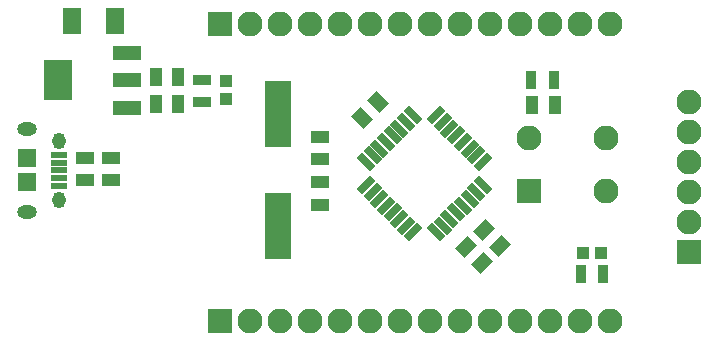
<source format=gts>
G04*
G04 #@! TF.GenerationSoftware,Altium Limited,Altium Designer,20.0.2 (26)*
G04*
G04 Layer_Color=8388736*
%FSLAX44Y44*%
%MOMM*%
G71*
G01*
G75*
%ADD31R,1.0032X1.0032*%
%ADD32R,0.9032X1.5032*%
%ADD33R,1.1032X1.5032*%
G04:AMPARAMS|DCode=34|XSize=1.1032mm|YSize=1.5032mm|CornerRadius=0mm|HoleSize=0mm|Usage=FLASHONLY|Rotation=135.000|XOffset=0mm|YOffset=0mm|HoleType=Round|Shape=Rectangle|*
%AMROTATEDRECTD34*
4,1,4,0.9215,0.1414,-0.1414,-0.9215,-0.9215,-0.1414,0.1414,0.9215,0.9215,0.1414,0.0*
%
%ADD34ROTATEDRECTD34*%

%ADD35R,1.5032X1.1032*%
G04:AMPARAMS|DCode=36|XSize=1.1032mm|YSize=1.5032mm|CornerRadius=0mm|HoleSize=0mm|Usage=FLASHONLY|Rotation=225.000|XOffset=0mm|YOffset=0mm|HoleType=Round|Shape=Rectangle|*
%AMROTATEDRECTD36*
4,1,4,-0.1414,0.9215,0.9215,-0.1414,0.1414,-0.9215,-0.9215,0.1414,-0.1414,0.9215,0.0*
%
%ADD36ROTATEDRECTD36*%

G04:AMPARAMS|DCode=37|XSize=0.67mm|YSize=1.62mm|CornerRadius=0mm|HoleSize=0mm|Usage=FLASHONLY|Rotation=315.000|XOffset=0mm|YOffset=0mm|HoleType=Round|Shape=Rectangle|*
%AMROTATEDRECTD37*
4,1,4,-0.8096,-0.3359,0.3359,0.8096,0.8096,0.3359,-0.3359,-0.8096,-0.8096,-0.3359,0.0*
%
%ADD37ROTATEDRECTD37*%

G04:AMPARAMS|DCode=38|XSize=0.67mm|YSize=1.62mm|CornerRadius=0mm|HoleSize=0mm|Usage=FLASHONLY|Rotation=45.000|XOffset=0mm|YOffset=0mm|HoleType=Round|Shape=Rectangle|*
%AMROTATEDRECTD38*
4,1,4,0.3359,-0.8096,-0.8096,0.3359,-0.3359,0.8096,0.8096,-0.3359,0.3359,-0.8096,0.0*
%
%ADD38ROTATEDRECTD38*%

%ADD39R,2.2032X5.7032*%
%ADD40R,1.5032X0.9032*%
%ADD41R,1.6032X2.2332*%
%ADD42R,2.3532X3.4532*%
%ADD43R,2.3532X1.1532*%
%ADD44R,1.4700X0.5200*%
%ADD45R,1.6200X1.6200*%
%ADD46R,1.0032X1.0032*%
%ADD47R,2.1032X2.1032*%
%ADD48C,2.1032*%
%ADD49R,2.1032X2.1032*%
%ADD50O,1.1200X1.4200*%
%ADD51O,1.6700X1.1200*%
D31*
X503500Y82000D02*
D03*
X488500D02*
D03*
D32*
X505500Y64000D02*
D03*
X486500D02*
D03*
X463500Y228000D02*
D03*
X444500D02*
D03*
D33*
X464500Y207000D02*
D03*
X445500D02*
D03*
X126500Y231000D02*
D03*
X145500D02*
D03*
X126500Y208000D02*
D03*
X145500D02*
D03*
D34*
X417718Y88282D02*
D03*
X404282Y101718D02*
D03*
X402718Y73282D02*
D03*
X389282Y86718D02*
D03*
D35*
X266000Y161500D02*
D03*
Y180500D02*
D03*
Y142000D02*
D03*
Y123000D02*
D03*
X67000Y143500D02*
D03*
Y162500D02*
D03*
X89000Y143500D02*
D03*
Y162500D02*
D03*
D36*
X314718Y209718D02*
D03*
X301283Y196283D02*
D03*
D37*
X363899Y198498D02*
D03*
X369556Y192841D02*
D03*
X375213Y187184D02*
D03*
X380870Y181527D02*
D03*
X386527Y175870D02*
D03*
X392184Y170213D02*
D03*
X397841Y164556D02*
D03*
X403498Y158899D02*
D03*
X344100Y99502D02*
D03*
X338444Y105159D02*
D03*
X332787Y110816D02*
D03*
X327130Y116473D02*
D03*
X321473Y122130D02*
D03*
X315816Y127787D02*
D03*
X310159Y133444D02*
D03*
X304503Y139101D02*
D03*
D38*
X403498D02*
D03*
X397841Y133444D02*
D03*
X392184Y127787D02*
D03*
X386527Y122130D02*
D03*
X380870Y116473D02*
D03*
X375213Y110816D02*
D03*
X369556Y105159D02*
D03*
X363899Y99502D02*
D03*
X304503Y158899D02*
D03*
X310159Y164556D02*
D03*
X315816Y170213D02*
D03*
X321473Y175870D02*
D03*
X327130Y181527D02*
D03*
X332787Y187184D02*
D03*
X338444Y192841D02*
D03*
X344100Y198498D02*
D03*
D39*
X230000Y199500D02*
D03*
Y104500D02*
D03*
D40*
X166000Y228500D02*
D03*
Y209500D02*
D03*
D41*
X92400Y278000D02*
D03*
X55600D02*
D03*
D42*
X44000Y228000D02*
D03*
D43*
X102000Y251000D02*
D03*
X102000Y228000D02*
D03*
X102000Y205000D02*
D03*
D44*
X44500Y165000D02*
D03*
X44500Y158500D02*
D03*
Y152000D02*
D03*
Y145500D02*
D03*
Y139000D02*
D03*
D45*
X17500Y162000D02*
D03*
X17500Y142000D02*
D03*
D46*
X186000Y212500D02*
D03*
Y227500D02*
D03*
D47*
X181200Y276000D02*
D03*
X442500Y134500D02*
D03*
X180800Y24000D02*
D03*
D48*
X206600Y276000D02*
D03*
X232000D02*
D03*
X257400D02*
D03*
X282800D02*
D03*
X308200D02*
D03*
X333600D02*
D03*
X359000D02*
D03*
X384400D02*
D03*
X409800D02*
D03*
X435200D02*
D03*
X460600D02*
D03*
X486000D02*
D03*
X511400D02*
D03*
X578000Y209800D02*
D03*
Y184400D02*
D03*
Y159000D02*
D03*
Y133600D02*
D03*
Y108200D02*
D03*
X507500Y134500D02*
D03*
X442500Y179500D02*
D03*
X507500D02*
D03*
X511000Y24000D02*
D03*
X485600D02*
D03*
X460200D02*
D03*
X434800D02*
D03*
X409400D02*
D03*
X384000D02*
D03*
X358600D02*
D03*
X333200D02*
D03*
X307800D02*
D03*
X282400D02*
D03*
X257000D02*
D03*
X231600D02*
D03*
X206200D02*
D03*
D49*
X578000Y82800D02*
D03*
D50*
X44500Y177000D02*
D03*
Y127000D02*
D03*
D51*
X17500Y187000D02*
D03*
Y117000D02*
D03*
M02*

</source>
